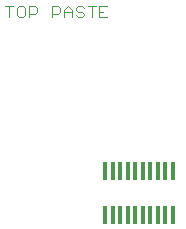
<source format=gtp>
G04*
G04 #@! TF.GenerationSoftware,Altium Limited,Altium Designer,20.2.6 (244)*
G04*
G04 Layer_Color=8421504*
%FSLAX25Y25*%
%MOIN*%
G70*
G04*
G04 #@! TF.SameCoordinates,A1248B6C-439F-447A-ADC8-1C90144166A7*
G04*
G04*
G04 #@! TF.FilePolarity,Positive*
G04*
G01*
G75*
%ADD10C,0.00394*%
G04:AMPARAMS|DCode=12|XSize=15.75mil|YSize=59.06mil|CornerRadius=3.94mil|HoleSize=0mil|Usage=FLASHONLY|Rotation=0.000|XOffset=0mil|YOffset=0mil|HoleType=Round|Shape=RoundedRectangle|*
%AMROUNDEDRECTD12*
21,1,0.01575,0.05118,0,0,0.0*
21,1,0.00787,0.05906,0,0,0.0*
1,1,0.00787,0.00394,-0.02559*
1,1,0.00787,-0.00394,-0.02559*
1,1,0.00787,-0.00394,0.02559*
1,1,0.00787,0.00394,0.02559*
%
%ADD12ROUNDEDRECTD12*%
D10*
X768715Y496069D02*
X771339D01*
X770027D01*
Y492134D01*
X774619Y496069D02*
X773307D01*
X772651Y495413D01*
Y492790D01*
X773307Y492134D01*
X774619D01*
X775275Y492790D01*
Y495413D01*
X774619Y496069D01*
X776586Y492134D02*
Y496069D01*
X778554D01*
X779210Y495413D01*
Y494102D01*
X778554Y493446D01*
X776586D01*
X784458Y492134D02*
Y496069D01*
X786426D01*
X787082Y495413D01*
Y494102D01*
X786426Y493446D01*
X784458D01*
X788394Y492134D02*
Y494758D01*
X789706Y496069D01*
X791017Y494758D01*
Y492134D01*
Y494102D01*
X788394D01*
X794953Y495413D02*
X794297Y496069D01*
X792985D01*
X792329Y495413D01*
Y494758D01*
X792985Y494102D01*
X794297D01*
X794953Y493446D01*
Y492790D01*
X794297Y492134D01*
X792985D01*
X792329Y492790D01*
X796265Y496069D02*
X798889D01*
X797577D01*
Y492134D01*
X802825Y496069D02*
X800201D01*
Y492134D01*
X802825D01*
X800201Y494102D02*
X801513D01*
D12*
X824650Y440984D02*
D03*
Y426417D02*
D03*
X822150D02*
D03*
X819650D02*
D03*
X817150D02*
D03*
X814650D02*
D03*
X812150D02*
D03*
X809650D02*
D03*
X807150D02*
D03*
X804650D02*
D03*
X802150D02*
D03*
X822150Y440984D02*
D03*
X819650D02*
D03*
X817150D02*
D03*
X814650D02*
D03*
X812150D02*
D03*
X809650D02*
D03*
X807150D02*
D03*
X804650D02*
D03*
X802150D02*
D03*
M02*

</source>
